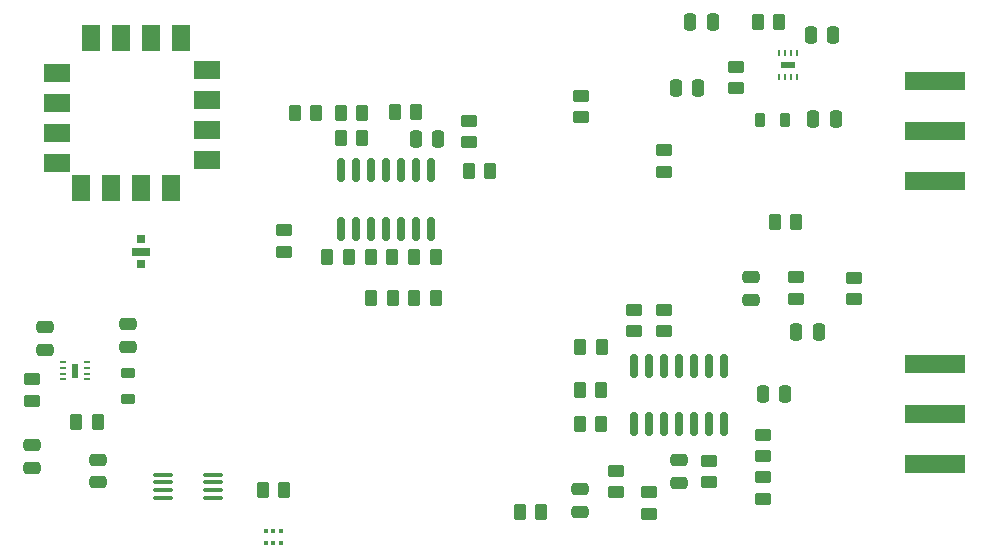
<source format=gbr>
%TF.GenerationSoftware,KiCad,Pcbnew,6.0.7*%
%TF.CreationDate,2022-10-10T19:28:50-04:00*%
%TF.ProjectId,RadarProject,52616461-7250-4726-9f6a-6563742e6b69,rev?*%
%TF.SameCoordinates,Original*%
%TF.FileFunction,Paste,Top*%
%TF.FilePolarity,Positive*%
%FSLAX46Y46*%
G04 Gerber Fmt 4.6, Leading zero omitted, Abs format (unit mm)*
G04 Created by KiCad (PCBNEW 6.0.7) date 2022-10-10 19:28:50*
%MOMM*%
%LPD*%
G01*
G04 APERTURE LIST*
G04 Aperture macros list*
%AMRoundRect*
0 Rectangle with rounded corners*
0 $1 Rounding radius*
0 $2 $3 $4 $5 $6 $7 $8 $9 X,Y pos of 4 corners*
0 Add a 4 corners polygon primitive as box body*
4,1,4,$2,$3,$4,$5,$6,$7,$8,$9,$2,$3,0*
0 Add four circle primitives for the rounded corners*
1,1,$1+$1,$2,$3*
1,1,$1+$1,$4,$5*
1,1,$1+$1,$6,$7*
1,1,$1+$1,$8,$9*
0 Add four rect primitives between the rounded corners*
20,1,$1+$1,$2,$3,$4,$5,0*
20,1,$1+$1,$4,$5,$6,$7,0*
20,1,$1+$1,$6,$7,$8,$9,0*
20,1,$1+$1,$8,$9,$2,$3,0*%
G04 Aperture macros list end*
%ADD10RoundRect,0.250000X-0.250000X-0.475000X0.250000X-0.475000X0.250000X0.475000X-0.250000X0.475000X0*%
%ADD11RoundRect,0.100000X0.712500X0.100000X-0.712500X0.100000X-0.712500X-0.100000X0.712500X-0.100000X0*%
%ADD12RoundRect,0.150000X0.150000X-0.825000X0.150000X0.825000X-0.150000X0.825000X-0.150000X-0.825000X0*%
%ADD13RoundRect,0.250000X-0.262500X-0.450000X0.262500X-0.450000X0.262500X0.450000X-0.262500X0.450000X0*%
%ADD14RoundRect,0.250000X0.450000X-0.262500X0.450000X0.262500X-0.450000X0.262500X-0.450000X-0.262500X0*%
%ADD15RoundRect,0.250000X0.250000X0.475000X-0.250000X0.475000X-0.250000X-0.475000X0.250000X-0.475000X0*%
%ADD16RoundRect,0.250000X0.262500X0.450000X-0.262500X0.450000X-0.262500X-0.450000X0.262500X-0.450000X0*%
%ADD17RoundRect,0.250000X-0.475000X0.250000X-0.475000X-0.250000X0.475000X-0.250000X0.475000X0.250000X0*%
%ADD18RoundRect,0.250000X-0.450000X0.262500X-0.450000X-0.262500X0.450000X-0.262500X0.450000X0.262500X0*%
%ADD19R,0.410000X0.330000*%
%ADD20R,0.250000X0.500000*%
%ADD21R,1.200000X0.600000*%
%ADD22R,5.080000X1.500000*%
%ADD23RoundRect,0.150000X-0.150000X0.825000X-0.150000X-0.825000X0.150000X-0.825000X0.150000X0.825000X0*%
%ADD24RoundRect,0.250000X0.475000X-0.250000X0.475000X0.250000X-0.475000X0.250000X-0.475000X-0.250000X0*%
%ADD25RoundRect,0.218750X-0.218750X-0.381250X0.218750X-0.381250X0.218750X0.381250X-0.218750X0.381250X0*%
%ADD26RoundRect,0.218750X0.381250X-0.218750X0.381250X0.218750X-0.381250X0.218750X-0.381250X-0.218750X0*%
%ADD27R,0.500000X0.250000*%
%ADD28R,0.600000X1.200000*%
%ADD29R,0.762000X0.762000*%
%ADD30R,1.520000X0.635000*%
%ADD31R,1.524000X2.286000*%
%ADD32R,2.286000X1.524000*%
G04 APERTURE END LIST*
D10*
%TO.C,C11*%
X58082500Y-33197500D03*
X59982500Y-33197500D03*
%TD*%
D11*
%TO.C,U6*%
X40862500Y-63565000D03*
X40862500Y-62915000D03*
X40862500Y-62265000D03*
X40862500Y-61615000D03*
X36637500Y-61615000D03*
X36637500Y-62265000D03*
X36637500Y-62915000D03*
X36637500Y-63565000D03*
%TD*%
D12*
%TO.C,U8*%
X76570000Y-57342500D03*
X77840000Y-57342500D03*
X79110000Y-57342500D03*
X80380000Y-57342500D03*
X81650000Y-57342500D03*
X82920000Y-57342500D03*
X84190000Y-57342500D03*
X84190000Y-52392500D03*
X82920000Y-52392500D03*
X81650000Y-52392500D03*
X80380000Y-52392500D03*
X79110000Y-52392500D03*
X77840000Y-52392500D03*
X76570000Y-52392500D03*
%TD*%
D13*
%TO.C,R10*%
X54280000Y-46687500D03*
X56105000Y-46687500D03*
%TD*%
D14*
%TO.C,R31*%
X72040000Y-31372500D03*
X72040000Y-29547500D03*
%TD*%
D15*
%TO.C,C4*%
X93400000Y-24430000D03*
X91500000Y-24430000D03*
%TD*%
D16*
%TO.C,R11*%
X64375000Y-35867500D03*
X62550000Y-35867500D03*
%TD*%
D13*
%TO.C,R30*%
X57920000Y-43207500D03*
X59745000Y-43207500D03*
%TD*%
D16*
%TO.C,R26*%
X68692500Y-64737500D03*
X66867500Y-64737500D03*
%TD*%
D17*
%TO.C,C2*%
X26686250Y-49150000D03*
X26686250Y-51050000D03*
%TD*%
D16*
%TO.C,R29*%
X59745000Y-46687500D03*
X57920000Y-46687500D03*
%TD*%
D18*
%TO.C,R9*%
X62552500Y-31635000D03*
X62552500Y-33460000D03*
%TD*%
%TO.C,R6*%
X79110000Y-34145000D03*
X79110000Y-35970000D03*
%TD*%
D15*
%TO.C,C9*%
X89360000Y-54827500D03*
X87460000Y-54827500D03*
%TD*%
D18*
%TO.C,R14*%
X90270000Y-44915000D03*
X90270000Y-46740000D03*
%TD*%
D13*
%TO.C,R33*%
X54260000Y-43187500D03*
X56085000Y-43187500D03*
%TD*%
D19*
%TO.C,U2*%
X46682500Y-67381250D03*
X46022500Y-67381250D03*
X45362500Y-67381250D03*
X45362500Y-66391250D03*
X46022500Y-66391250D03*
X46682500Y-66391250D03*
%TD*%
D20*
%TO.C,U4*%
X88855000Y-25940000D03*
X89355000Y-25940000D03*
X89855000Y-25940000D03*
X90355000Y-25940000D03*
X90355000Y-27940000D03*
X89855000Y-27940000D03*
X89355000Y-27940000D03*
X88855000Y-27940000D03*
D21*
X89605000Y-26940000D03*
%TD*%
D18*
%TO.C,R13*%
X95190000Y-44935000D03*
X95190000Y-46760000D03*
%TD*%
D17*
%TO.C,C14*%
X80380000Y-60387500D03*
X80380000Y-62287500D03*
%TD*%
D22*
%TO.C,J2*%
X102000000Y-56500000D03*
X102000000Y-52250000D03*
X102000000Y-60750000D03*
%TD*%
%TO.C,J1*%
X102000000Y-32500000D03*
X102000000Y-28250000D03*
X102000000Y-36750000D03*
%TD*%
D13*
%TO.C,R2*%
X87017500Y-23290000D03*
X88842500Y-23290000D03*
%TD*%
%TO.C,R12*%
X88447500Y-40247500D03*
X90272500Y-40247500D03*
%TD*%
D18*
%TO.C,R24*%
X87470000Y-61837500D03*
X87470000Y-63662500D03*
%TD*%
D13*
%TO.C,R4*%
X29343750Y-57160000D03*
X31168750Y-57160000D03*
%TD*%
D10*
%TO.C,C6*%
X80080000Y-28920000D03*
X81980000Y-28920000D03*
%TD*%
D14*
%TO.C,R16*%
X46902500Y-42740000D03*
X46902500Y-40915000D03*
%TD*%
D23*
%TO.C,U7*%
X59342500Y-35862500D03*
X58072500Y-35862500D03*
X56802500Y-35862500D03*
X55532500Y-35862500D03*
X54262500Y-35862500D03*
X52992500Y-35862500D03*
X51722500Y-35862500D03*
X51722500Y-40812500D03*
X52992500Y-40812500D03*
X54262500Y-40812500D03*
X55532500Y-40812500D03*
X56802500Y-40812500D03*
X58072500Y-40812500D03*
X59342500Y-40812500D03*
%TD*%
D10*
%TO.C,C12*%
X90270000Y-49507500D03*
X92170000Y-49507500D03*
%TD*%
D16*
%TO.C,R15*%
X53545000Y-33127500D03*
X51720000Y-33127500D03*
%TD*%
D13*
%TO.C,R18*%
X47840000Y-30987500D03*
X49665000Y-30987500D03*
%TD*%
%TO.C,R32*%
X50570000Y-43197500D03*
X52395000Y-43197500D03*
%TD*%
D24*
%TO.C,C7*%
X33726250Y-50770000D03*
X33726250Y-48870000D03*
%TD*%
D14*
%TO.C,R17*%
X77840000Y-64910000D03*
X77840000Y-63085000D03*
%TD*%
%TO.C,R20*%
X74990000Y-63090000D03*
X74990000Y-61265000D03*
%TD*%
D13*
%TO.C,R22*%
X71957500Y-54487500D03*
X73782500Y-54487500D03*
%TD*%
D14*
%TO.C,R7*%
X87460000Y-60070000D03*
X87460000Y-58245000D03*
%TD*%
D25*
%TO.C,L2*%
X87217500Y-31610000D03*
X89342500Y-31610000D03*
%TD*%
D10*
%TO.C,C3*%
X81320000Y-23300000D03*
X83220000Y-23300000D03*
%TD*%
D14*
%TO.C,R1*%
X25586250Y-55382500D03*
X25586250Y-53557500D03*
%TD*%
D26*
%TO.C,L1*%
X33726250Y-55172500D03*
X33726250Y-53047500D03*
%TD*%
D13*
%TO.C,R8*%
X56270000Y-30917500D03*
X58095000Y-30917500D03*
%TD*%
D18*
%TO.C,R25*%
X82920000Y-60425000D03*
X82920000Y-62250000D03*
%TD*%
%TO.C,R27*%
X79110000Y-47635000D03*
X79110000Y-49460000D03*
%TD*%
D24*
%TO.C,C10*%
X86480000Y-46817500D03*
X86480000Y-44917500D03*
%TD*%
D27*
%TO.C,U3*%
X28196250Y-53555000D03*
X28196250Y-53055000D03*
X28196250Y-52555000D03*
X28196250Y-52055000D03*
X30196250Y-52055000D03*
X30196250Y-52555000D03*
X30196250Y-53055000D03*
X30196250Y-53555000D03*
D28*
X29196250Y-52805000D03*
%TD*%
D13*
%TO.C,R19*%
X51717500Y-30957500D03*
X53542500Y-30957500D03*
%TD*%
%TO.C,R23*%
X71977500Y-50797500D03*
X73802500Y-50797500D03*
%TD*%
D10*
%TO.C,C8*%
X91720000Y-31480000D03*
X93620000Y-31480000D03*
%TD*%
D29*
%TO.C,U1*%
X34820000Y-41695000D03*
D30*
X34820000Y-42745000D03*
D29*
X34820000Y-43805000D03*
%TD*%
D24*
%TO.C,C5*%
X31156250Y-62260000D03*
X31156250Y-60360000D03*
%TD*%
%TO.C,C13*%
X71950000Y-64737500D03*
X71950000Y-62837500D03*
%TD*%
%TO.C,C1*%
X25586250Y-61020000D03*
X25586250Y-59120000D03*
%TD*%
D18*
%TO.C,R5*%
X85220000Y-27067500D03*
X85220000Y-28892500D03*
%TD*%
D13*
%TO.C,R3*%
X45110000Y-62901250D03*
X46935000Y-62901250D03*
%TD*%
D16*
%TO.C,R21*%
X73792500Y-57337500D03*
X71967500Y-57337500D03*
%TD*%
D14*
%TO.C,R28*%
X76550000Y-49470000D03*
X76550000Y-47645000D03*
%TD*%
D31*
%TO.C,U5*%
X30610000Y-24650000D03*
X33150000Y-24650000D03*
X35690000Y-24650000D03*
X38230000Y-24650000D03*
D32*
X40400000Y-27320000D03*
X40400000Y-34940000D03*
X40400000Y-29860000D03*
X40400000Y-32400000D03*
D31*
X37350000Y-37350000D03*
X34810000Y-37350000D03*
X32270000Y-37350000D03*
X29730000Y-37350000D03*
D32*
X27700000Y-35190000D03*
X27700000Y-32650000D03*
X27700000Y-30110000D03*
X27700000Y-27570000D03*
%TD*%
M02*

</source>
